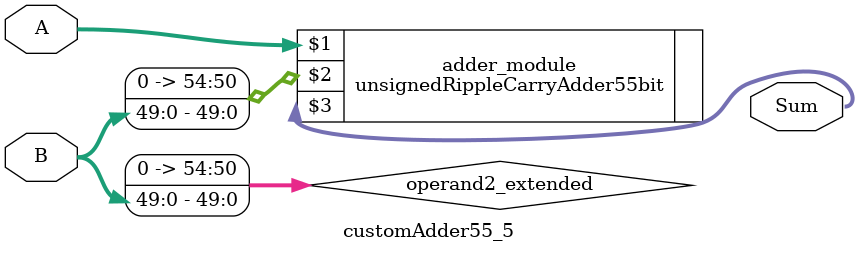
<source format=v>
module customAdder55_5(
                        input [54 : 0] A,
                        input [49 : 0] B,
                        
                        output [55 : 0] Sum
                );

        wire [54 : 0] operand2_extended;
        
        assign operand2_extended =  {5'b0, B};
        
        unsignedRippleCarryAdder55bit adder_module(
            A,
            operand2_extended,
            Sum
        );
        
        endmodule
        
</source>
